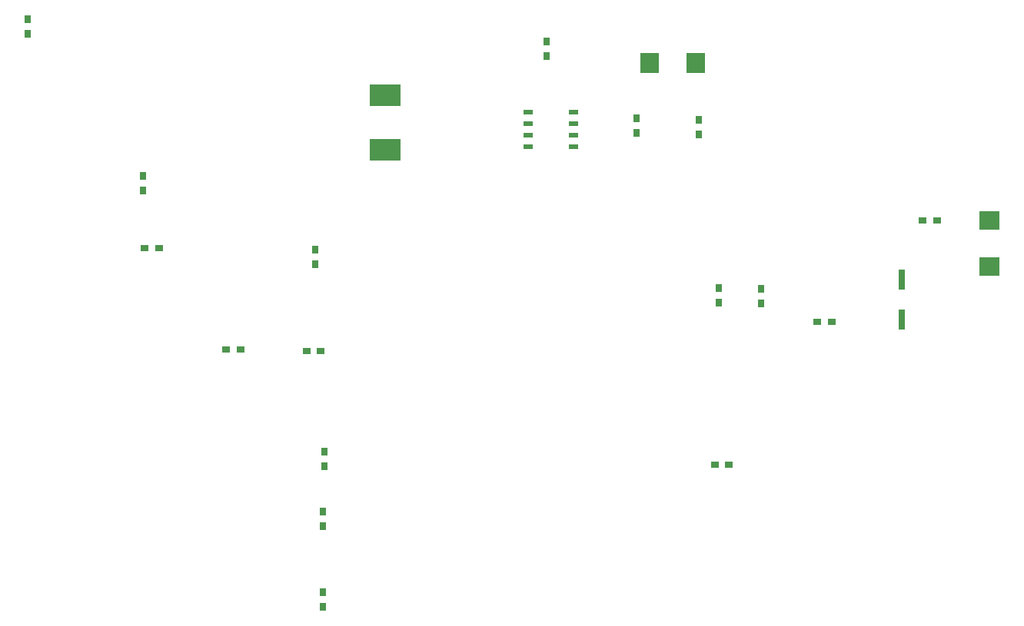
<source format=gtp>
G04*
G04 #@! TF.GenerationSoftware,Altium Limited,Altium Designer,21.4.1 (30)*
G04*
G04 Layer_Color=8421504*
%FSLAX25Y25*%
%MOIN*%
G70*
G04*
G04 #@! TF.SameCoordinates,E3ABAEE7-5D4E-4445-B66A-D27F58F8AFC5*
G04*
G04*
G04 #@! TF.FilePolarity,Positive*
G04*
G01*
G75*
%ADD11R,0.03150X0.03799*%
%ADD12R,0.07992X0.08976*%
%ADD13R,0.08976X0.07992*%
%ADD14R,0.04331X0.01968*%
%ADD15R,0.03799X0.03150*%
%ADD16R,0.13780X0.09252*%
%ADD17R,0.03150X0.08661*%
D11*
X239000Y364000D02*
D03*
Y370299D02*
D03*
X317000Y189799D02*
D03*
Y183500D02*
D03*
X414000Y428799D02*
D03*
Y422500D02*
D03*
X453000Y389000D02*
D03*
Y395299D02*
D03*
X480000Y388500D02*
D03*
Y394799D02*
D03*
X189000Y438500D02*
D03*
Y432201D02*
D03*
X317500Y244500D02*
D03*
Y250799D02*
D03*
X507000Y321299D02*
D03*
Y315000D02*
D03*
X317000Y218500D02*
D03*
Y224799D02*
D03*
X313500Y338299D02*
D03*
Y332000D02*
D03*
X488500Y321799D02*
D03*
Y315500D02*
D03*
D12*
X478500Y419500D02*
D03*
X458500D02*
D03*
D13*
X606000Y351000D02*
D03*
Y331000D02*
D03*
D14*
X405815Y398000D02*
D03*
Y393000D02*
D03*
Y388000D02*
D03*
Y383000D02*
D03*
X425500Y398000D02*
D03*
Y383000D02*
D03*
Y388000D02*
D03*
Y393000D02*
D03*
D15*
X239500Y339000D02*
D03*
X245799D02*
D03*
X577000Y351000D02*
D03*
X583299D02*
D03*
X537500Y307000D02*
D03*
X531201D02*
D03*
X316000Y294500D02*
D03*
X309701D02*
D03*
X275000Y295000D02*
D03*
X281299D02*
D03*
X493000Y245000D02*
D03*
X486701D02*
D03*
D16*
X344000Y381681D02*
D03*
Y405500D02*
D03*
D17*
X568000Y308177D02*
D03*
Y325500D02*
D03*
M02*

</source>
